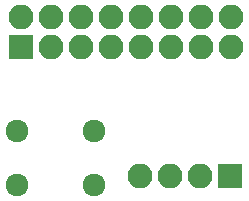
<source format=gbs>
G04 #@! TF.GenerationSoftware,KiCad,Pcbnew,5.0.0-fee4fd1~66~ubuntu18.04.1*
G04 #@! TF.CreationDate,2018-08-17T17:18:45-07:00*
G04 #@! TF.ProjectId,RPi FS HAT,525069204653204841542E6B69636164,2*
G04 #@! TF.SameCoordinates,Original*
G04 #@! TF.FileFunction,Soldermask,Bot*
G04 #@! TF.FilePolarity,Negative*
%FSLAX46Y46*%
G04 Gerber Fmt 4.6, Leading zero omitted, Abs format (unit mm)*
G04 Created by KiCad (PCBNEW 5.0.0-fee4fd1~66~ubuntu18.04.1) date Fri Aug 17 17:18:45 2018*
%MOMM*%
%LPD*%
G01*
G04 APERTURE LIST*
%ADD10R,2.100000X2.100000*%
%ADD11O,2.100000X2.100000*%
%ADD12O,1.924000X1.924000*%
G04 APERTURE END LIST*
D10*
G04 #@! TO.C,J1*
X147955000Y-118110000D03*
D11*
X147955000Y-115570000D03*
X150495000Y-118110000D03*
X150495000Y-115570000D03*
X153035000Y-118110000D03*
X153035000Y-115570000D03*
X155575000Y-118110000D03*
X155575000Y-115570000D03*
X158115000Y-118110000D03*
X158115000Y-115570000D03*
X160655000Y-118110000D03*
X160655000Y-115570000D03*
X163195000Y-118110000D03*
X163195000Y-115570000D03*
X165735000Y-118110000D03*
X165735000Y-115570000D03*
G04 #@! TD*
D12*
G04 #@! TO.C,SW1*
X147624800Y-125247400D03*
X154127200Y-125247400D03*
X147624800Y-129768600D03*
X154127200Y-129768600D03*
G04 #@! TD*
D10*
G04 #@! TO.C,U1*
X165608000Y-129032000D03*
D11*
X163068000Y-129032000D03*
X160528000Y-129032000D03*
X157988000Y-129032000D03*
G04 #@! TD*
M02*

</source>
